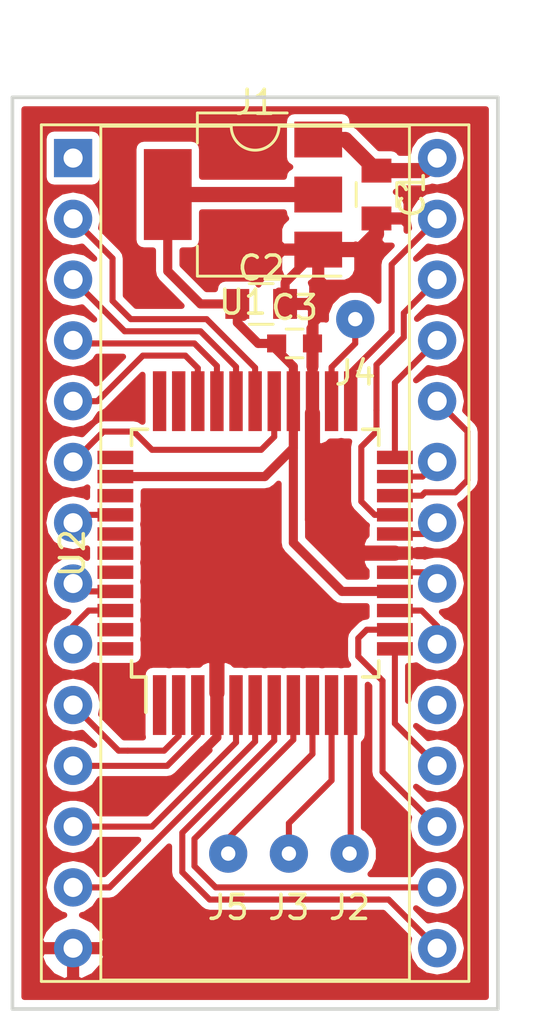
<source format=kicad_pcb>
(kicad_pcb (version 4) (host pcbnew 4.0.7)

  (general
    (links 43)
    (no_connects 0)
    (area 120.889523 74.346 143.270477 117.324)
    (thickness 1.6)
    (drawings 5)
    (tracks 186)
    (zones 0)
    (modules 10)
    (nets 44)
  )

  (page A4)
  (layers
    (0 F.Cu signal)
    (31 B.Cu signal)
    (32 B.Adhes user)
    (33 F.Adhes user)
    (34 B.Paste user)
    (35 F.Paste user)
    (36 B.SilkS user)
    (37 F.SilkS user)
    (38 B.Mask user)
    (39 F.Mask user)
    (40 Dwgs.User user)
    (41 Cmts.User user)
    (42 Eco1.User user)
    (43 Eco2.User user)
    (44 Edge.Cuts user)
    (45 Margin user)
    (46 B.CrtYd user)
    (47 F.CrtYd user)
    (48 B.Fab user)
    (49 F.Fab user)
  )

  (setup
    (last_trace_width 0.381)
    (user_trace_width 0.381)
    (user_trace_width 0.635)
    (trace_clearance 0.2)
    (zone_clearance 0.3)
    (zone_45_only no)
    (trace_min 0.2)
    (segment_width 0.2)
    (edge_width 0.15)
    (via_size 0.6)
    (via_drill 0.4)
    (via_min_size 0.4)
    (via_min_drill 0.3)
    (uvia_size 0.3)
    (uvia_drill 0.1)
    (uvias_allowed no)
    (uvia_min_size 0.2)
    (uvia_min_drill 0.1)
    (pcb_text_width 0.3)
    (pcb_text_size 1.5 1.5)
    (mod_edge_width 0.15)
    (mod_text_size 1 1)
    (mod_text_width 0.15)
    (pad_size 2.5 0.56)
    (pad_drill 0)
    (pad_to_mask_clearance 0.2)
    (aux_axis_origin 0 0)
    (visible_elements 7FFFF7FF)
    (pcbplotparams
      (layerselection 0x00000_00000001)
      (usegerberextensions false)
      (excludeedgelayer true)
      (linewidth 0.100000)
      (plotframeref false)
      (viasonmask false)
      (mode 1)
      (useauxorigin false)
      (hpglpennumber 1)
      (hpglpenspeed 20)
      (hpglpendiameter 15)
      (hpglpenoverlay 2)
      (psnegative false)
      (psa4output false)
      (plotreference true)
      (plotvalue true)
      (plotinvisibletext false)
      (padsonsilk false)
      (subtractmaskfromsilk false)
      (outputformat 5)
      (mirror true)
      (drillshape 1)
      (scaleselection 1)
      (outputdirectory out/))
  )

  (net 0 "")
  (net 1 +5V)
  (net 2 +3V3)
  (net 3 /PLA_FE)
  (net 4 /PLA_CHAROM)
  (net 5 /PLA_A13)
  (net 6 /PLA_KERNAL)
  (net 7 /PLA_A14)
  (net 8 /PLA_BASIC)
  (net 9 /PLA_A15)
  (net 10 /PLA_CASRAM)
  (net 11 /PLA_VA14)
  (net 12 /PLA_OE)
  (net 13 /PLA_CHAREN)
  (net 14 /PLA_VA12)
  (net 15 /PLA_HIRAM)
  (net 16 /PLA_VA13)
  (net 17 /PLA_LORAM)
  (net 18 /PLA_GAME)
  (net 19 /PLA_CAS)
  (net 20 /PLA_EXROM)
  (net 21 /PLA_ROMH)
  (net 22 /PLA_RW)
  (net 23 /PLA_ROML)
  (net 24 /PLA_AEC)
  (net 25 /PLA_IO)
  (net 26 /PLA_BA)
  (net 27 /PLA_GRW)
  (net 28 /PLA_A12)
  (net 29 /JTAG_TCK)
  (net 30 /JTAG_TMS)
  (net 31 /JTAG_TDO)
  (net 32 /JTAG_TDI)
  (net 33 "Net-(U2-Pad1)")
  (net 34 "Net-(U2-Pad32)")
  (net 35 "Net-(U2-Pad33)")
  (net 36 "Net-(U2-Pad34)")
  (net 37 "Net-(U2-Pad36)")
  (net 38 "Net-(U2-Pad38)")
  (net 39 "Net-(U2-Pad39)")
  (net 40 "Net-(U2-Pad40)")
  (net 41 "Net-(U2-Pad43)")
  (net 42 "Net-(U2-Pad44)")
  (net 43 GND)

  (net_class Default "This is the default net class."
    (clearance 0.2)
    (trace_width 0.254)
    (via_dia 0.6)
    (via_drill 0.4)
    (uvia_dia 0.3)
    (uvia_drill 0.1)
    (add_net +3V3)
    (add_net +5V)
    (add_net /JTAG_TCK)
    (add_net /JTAG_TDI)
    (add_net /JTAG_TDO)
    (add_net /JTAG_TMS)
    (add_net /PLA_A12)
    (add_net /PLA_A13)
    (add_net /PLA_A14)
    (add_net /PLA_A15)
    (add_net /PLA_AEC)
    (add_net /PLA_BA)
    (add_net /PLA_BASIC)
    (add_net /PLA_CAS)
    (add_net /PLA_CASRAM)
    (add_net /PLA_CHAREN)
    (add_net /PLA_CHAROM)
    (add_net /PLA_EXROM)
    (add_net /PLA_FE)
    (add_net /PLA_GAME)
    (add_net /PLA_GRW)
    (add_net /PLA_HIRAM)
    (add_net /PLA_IO)
    (add_net /PLA_KERNAL)
    (add_net /PLA_LORAM)
    (add_net /PLA_OE)
    (add_net /PLA_ROMH)
    (add_net /PLA_ROML)
    (add_net /PLA_RW)
    (add_net /PLA_VA12)
    (add_net /PLA_VA13)
    (add_net /PLA_VA14)
    (add_net GND)
    (add_net "Net-(U2-Pad1)")
    (add_net "Net-(U2-Pad32)")
    (add_net "Net-(U2-Pad33)")
    (add_net "Net-(U2-Pad34)")
    (add_net "Net-(U2-Pad36)")
    (add_net "Net-(U2-Pad38)")
    (add_net "Net-(U2-Pad39)")
    (add_net "Net-(U2-Pad40)")
    (add_net "Net-(U2-Pad43)")
    (add_net "Net-(U2-Pad44)")
  )

  (module Housings_DIP:DIP-28_W15.24mm_Socket (layer F.Cu) (tedit 59C78D6C) (tstamp 5A0D8CF2)
    (at 123.825 80.899)
    (descr "28-lead though-hole mounted DIP package, row spacing 15.24 mm (600 mils), Socket")
    (tags "THT DIP DIL PDIP 2.54mm 15.24mm 600mil Socket")
    (path /5A0C74B0)
    (fp_text reference J1 (at 7.62 -2.33) (layer F.SilkS)
      (effects (font (size 1 1) (thickness 0.15)))
    )
    (fp_text value PLA_Conn (at 7.62 35.35) (layer F.Fab)
      (effects (font (size 1 1) (thickness 0.15)))
    )
    (fp_arc (start 7.62 -1.33) (end 6.62 -1.33) (angle -180) (layer F.SilkS) (width 0.12))
    (fp_line (start 1.255 -1.27) (end 14.985 -1.27) (layer F.Fab) (width 0.1))
    (fp_line (start 14.985 -1.27) (end 14.985 34.29) (layer F.Fab) (width 0.1))
    (fp_line (start 14.985 34.29) (end 0.255 34.29) (layer F.Fab) (width 0.1))
    (fp_line (start 0.255 34.29) (end 0.255 -0.27) (layer F.Fab) (width 0.1))
    (fp_line (start 0.255 -0.27) (end 1.255 -1.27) (layer F.Fab) (width 0.1))
    (fp_line (start -1.27 -1.33) (end -1.27 34.35) (layer F.Fab) (width 0.1))
    (fp_line (start -1.27 34.35) (end 16.51 34.35) (layer F.Fab) (width 0.1))
    (fp_line (start 16.51 34.35) (end 16.51 -1.33) (layer F.Fab) (width 0.1))
    (fp_line (start 16.51 -1.33) (end -1.27 -1.33) (layer F.Fab) (width 0.1))
    (fp_line (start 6.62 -1.33) (end 1.16 -1.33) (layer F.SilkS) (width 0.12))
    (fp_line (start 1.16 -1.33) (end 1.16 34.35) (layer F.SilkS) (width 0.12))
    (fp_line (start 1.16 34.35) (end 14.08 34.35) (layer F.SilkS) (width 0.12))
    (fp_line (start 14.08 34.35) (end 14.08 -1.33) (layer F.SilkS) (width 0.12))
    (fp_line (start 14.08 -1.33) (end 8.62 -1.33) (layer F.SilkS) (width 0.12))
    (fp_line (start -1.33 -1.39) (end -1.33 34.41) (layer F.SilkS) (width 0.12))
    (fp_line (start -1.33 34.41) (end 16.57 34.41) (layer F.SilkS) (width 0.12))
    (fp_line (start 16.57 34.41) (end 16.57 -1.39) (layer F.SilkS) (width 0.12))
    (fp_line (start 16.57 -1.39) (end -1.33 -1.39) (layer F.SilkS) (width 0.12))
    (fp_line (start -1.55 -1.6) (end -1.55 34.65) (layer F.CrtYd) (width 0.05))
    (fp_line (start -1.55 34.65) (end 16.8 34.65) (layer F.CrtYd) (width 0.05))
    (fp_line (start 16.8 34.65) (end 16.8 -1.6) (layer F.CrtYd) (width 0.05))
    (fp_line (start 16.8 -1.6) (end -1.55 -1.6) (layer F.CrtYd) (width 0.05))
    (fp_text user %R (at 7.62 16.51) (layer F.Fab)
      (effects (font (size 1 1) (thickness 0.15)))
    )
    (pad 1 thru_hole rect (at 0 0) (size 1.6 1.6) (drill 0.8) (layers *.Cu *.Mask)
      (net 3 /PLA_FE))
    (pad 15 thru_hole oval (at 15.24 33.02) (size 1.6 1.6) (drill 0.8) (layers *.Cu *.Mask)
      (net 4 /PLA_CHAROM))
    (pad 2 thru_hole oval (at 0 2.54) (size 1.6 1.6) (drill 0.8) (layers *.Cu *.Mask)
      (net 5 /PLA_A13))
    (pad 16 thru_hole oval (at 15.24 30.48) (size 1.6 1.6) (drill 0.8) (layers *.Cu *.Mask)
      (net 6 /PLA_KERNAL))
    (pad 3 thru_hole oval (at 0 5.08) (size 1.6 1.6) (drill 0.8) (layers *.Cu *.Mask)
      (net 7 /PLA_A14))
    (pad 17 thru_hole oval (at 15.24 27.94) (size 1.6 1.6) (drill 0.8) (layers *.Cu *.Mask)
      (net 8 /PLA_BASIC))
    (pad 4 thru_hole oval (at 0 7.62) (size 1.6 1.6) (drill 0.8) (layers *.Cu *.Mask)
      (net 9 /PLA_A15))
    (pad 18 thru_hole oval (at 15.24 25.4) (size 1.6 1.6) (drill 0.8) (layers *.Cu *.Mask)
      (net 10 /PLA_CASRAM))
    (pad 5 thru_hole oval (at 0 10.16) (size 1.6 1.6) (drill 0.8) (layers *.Cu *.Mask)
      (net 11 /PLA_VA14))
    (pad 19 thru_hole oval (at 15.24 22.86) (size 1.6 1.6) (drill 0.8) (layers *.Cu *.Mask)
      (net 12 /PLA_OE))
    (pad 6 thru_hole oval (at 0 12.7) (size 1.6 1.6) (drill 0.8) (layers *.Cu *.Mask)
      (net 13 /PLA_CHAREN))
    (pad 20 thru_hole oval (at 15.24 20.32) (size 1.6 1.6) (drill 0.8) (layers *.Cu *.Mask)
      (net 14 /PLA_VA12))
    (pad 7 thru_hole oval (at 0 15.24) (size 1.6 1.6) (drill 0.8) (layers *.Cu *.Mask)
      (net 15 /PLA_HIRAM))
    (pad 21 thru_hole oval (at 15.24 17.78) (size 1.6 1.6) (drill 0.8) (layers *.Cu *.Mask)
      (net 16 /PLA_VA13))
    (pad 8 thru_hole oval (at 0 17.78) (size 1.6 1.6) (drill 0.8) (layers *.Cu *.Mask)
      (net 17 /PLA_LORAM))
    (pad 22 thru_hole oval (at 15.24 15.24) (size 1.6 1.6) (drill 0.8) (layers *.Cu *.Mask)
      (net 18 /PLA_GAME))
    (pad 9 thru_hole oval (at 0 20.32) (size 1.6 1.6) (drill 0.8) (layers *.Cu *.Mask)
      (net 19 /PLA_CAS))
    (pad 23 thru_hole oval (at 15.24 12.7) (size 1.6 1.6) (drill 0.8) (layers *.Cu *.Mask)
      (net 20 /PLA_EXROM))
    (pad 10 thru_hole oval (at 0 22.86) (size 1.6 1.6) (drill 0.8) (layers *.Cu *.Mask)
      (net 21 /PLA_ROMH))
    (pad 24 thru_hole oval (at 15.24 10.16) (size 1.6 1.6) (drill 0.8) (layers *.Cu *.Mask)
      (net 22 /PLA_RW))
    (pad 11 thru_hole oval (at 0 25.4) (size 1.6 1.6) (drill 0.8) (layers *.Cu *.Mask)
      (net 23 /PLA_ROML))
    (pad 25 thru_hole oval (at 15.24 7.62) (size 1.6 1.6) (drill 0.8) (layers *.Cu *.Mask)
      (net 24 /PLA_AEC))
    (pad 12 thru_hole oval (at 0 27.94) (size 1.6 1.6) (drill 0.8) (layers *.Cu *.Mask)
      (net 25 /PLA_IO))
    (pad 26 thru_hole oval (at 15.24 5.08) (size 1.6 1.6) (drill 0.8) (layers *.Cu *.Mask)
      (net 26 /PLA_BA))
    (pad 13 thru_hole oval (at 0 30.48) (size 1.6 1.6) (drill 0.8) (layers *.Cu *.Mask)
      (net 27 /PLA_GRW))
    (pad 27 thru_hole oval (at 15.24 2.54) (size 1.6 1.6) (drill 0.8) (layers *.Cu *.Mask)
      (net 28 /PLA_A12))
    (pad 14 thru_hole oval (at 0 33.02) (size 1.6 1.6) (drill 0.8) (layers *.Cu *.Mask)
      (net 43 GND))
    (pad 28 thru_hole oval (at 15.24 0) (size 1.6 1.6) (drill 0.8) (layers *.Cu *.Mask)
      (net 1 +5V))
    (model ${KISYS3DMOD}/Housings_DIP.3dshapes/DIP-28_W15.24mm_Socket.wrl
      (at (xyz 0 0 0))
      (scale (xyz 1 1 1))
      (rotate (xyz 0 0 0))
    )
  )

  (module Capacitors_SMD:C_0603 (layer F.Cu) (tedit 59958EE7) (tstamp 5A0D7B43)
    (at 133.096 88.646)
    (descr "Capacitor SMD 0603, reflow soldering, AVX (see smccp.pdf)")
    (tags "capacitor 0603")
    (path /5A0C905D)
    (attr smd)
    (fp_text reference C3 (at 0 -1.5) (layer F.SilkS)
      (effects (font (size 1 1) (thickness 0.15)))
    )
    (fp_text value 0.1uF (at 0 1.5) (layer F.Fab)
      (effects (font (size 1 1) (thickness 0.15)))
    )
    (fp_line (start 1.4 0.65) (end -1.4 0.65) (layer F.CrtYd) (width 0.05))
    (fp_line (start 1.4 0.65) (end 1.4 -0.65) (layer F.CrtYd) (width 0.05))
    (fp_line (start -1.4 -0.65) (end -1.4 0.65) (layer F.CrtYd) (width 0.05))
    (fp_line (start -1.4 -0.65) (end 1.4 -0.65) (layer F.CrtYd) (width 0.05))
    (fp_line (start 0.35 0.6) (end -0.35 0.6) (layer F.SilkS) (width 0.12))
    (fp_line (start -0.35 -0.6) (end 0.35 -0.6) (layer F.SilkS) (width 0.12))
    (fp_line (start -0.8 -0.4) (end 0.8 -0.4) (layer F.Fab) (width 0.1))
    (fp_line (start 0.8 -0.4) (end 0.8 0.4) (layer F.Fab) (width 0.1))
    (fp_line (start 0.8 0.4) (end -0.8 0.4) (layer F.Fab) (width 0.1))
    (fp_line (start -0.8 0.4) (end -0.8 -0.4) (layer F.Fab) (width 0.1))
    (fp_text user %R (at 0 0) (layer F.Fab)
      (effects (font (size 0.3 0.3) (thickness 0.075)))
    )
    (pad 2 smd rect (at 0.75 0) (size 0.8 0.75) (layers F.Cu F.Paste F.Mask)
      (net 43 GND))
    (pad 1 smd rect (at -0.75 0) (size 0.8 0.75) (layers F.Cu F.Paste F.Mask)
      (net 2 +3V3))
    (model Capacitors_SMD.3dshapes/C_0603.wrl
      (at (xyz 0 0 0))
      (scale (xyz 1 1 1))
      (rotate (xyz 0 0 0))
    )
  )

  (module desaster_footprints:testpad_1.6mm (layer F.Cu) (tedit 5A0CAC6D) (tstamp 5A0D98A2)
    (at 135.398 109.966)
    (descr "solder Pin_ diameter 1.0mm, hole diameter 1.0mm (press fit), length 10.0mm")
    (tags "solder Pin_ press fit")
    (path /5A0C7874)
    (fp_text reference J2 (at 0 2.25) (layer F.SilkS)
      (effects (font (size 1 1) (thickness 0.15)))
    )
    (fp_text value PAD_TCK (at 0 -2.05) (layer F.Fab)
      (effects (font (size 1 1) (thickness 0.15)))
    )
    (fp_text user %R (at 0 2.25) (layer F.Fab)
      (effects (font (size 1 1) (thickness 0.15)))
    )
    (fp_circle (center 0 0) (end 0.5 0) (layer F.Fab) (width 0.12))
    (pad 1 thru_hole circle (at 0 0) (size 1.6 1.6) (drill 0.6) (layers *.Cu *.Mask)
      (net 29 /JTAG_TCK))
    (model ${KISYS3DMOD}/Connectors.3dshapes/Pin_d1.0mm_L10.0mm.wrl
      (at (xyz 0 0 0))
      (scale (xyz 1 1 1))
      (rotate (xyz 0 0 0))
    )
  )

  (module desaster_footprints:testpad_1.6mm (layer F.Cu) (tedit 5A0CAC6D) (tstamp 5A0D98A8)
    (at 132.858 109.966)
    (descr "solder Pin_ diameter 1.0mm, hole diameter 1.0mm (press fit), length 10.0mm")
    (tags "solder Pin_ press fit")
    (path /5A0C793C)
    (fp_text reference J3 (at 0 2.25) (layer F.SilkS)
      (effects (font (size 1 1) (thickness 0.15)))
    )
    (fp_text value PAD_TMS (at 0 -2.05) (layer F.Fab)
      (effects (font (size 1 1) (thickness 0.15)))
    )
    (fp_text user %R (at 0 2.25) (layer F.Fab)
      (effects (font (size 1 1) (thickness 0.15)))
    )
    (fp_circle (center 0 0) (end 0.5 0) (layer F.Fab) (width 0.12))
    (pad 1 thru_hole circle (at 0 0) (size 1.6 1.6) (drill 0.6) (layers *.Cu *.Mask)
      (net 30 /JTAG_TMS))
    (model ${KISYS3DMOD}/Connectors.3dshapes/Pin_d1.0mm_L10.0mm.wrl
      (at (xyz 0 0 0))
      (scale (xyz 1 1 1))
      (rotate (xyz 0 0 0))
    )
  )

  (module desaster_footprints:testpad_1.6mm (layer F.Cu) (tedit 5A0CAC6D) (tstamp 5A0D98AE)
    (at 135.636 87.63)
    (descr "solder Pin_ diameter 1.0mm, hole diameter 1.0mm (press fit), length 10.0mm")
    (tags "solder Pin_ press fit")
    (path /5A0C797A)
    (fp_text reference J4 (at 0 2.25) (layer F.SilkS)
      (effects (font (size 1 1) (thickness 0.15)))
    )
    (fp_text value PAD_TDO (at 0 -2.05) (layer F.Fab)
      (effects (font (size 1 1) (thickness 0.15)))
    )
    (fp_text user %R (at 0 2.25) (layer F.Fab)
      (effects (font (size 1 1) (thickness 0.15)))
    )
    (fp_circle (center 0 0) (end 0.5 0) (layer F.Fab) (width 0.12))
    (pad 1 thru_hole circle (at 0 0) (size 1.6 1.6) (drill 0.6) (layers *.Cu *.Mask)
      (net 31 /JTAG_TDO))
    (model ${KISYS3DMOD}/Connectors.3dshapes/Pin_d1.0mm_L10.0mm.wrl
      (at (xyz 0 0 0))
      (scale (xyz 1 1 1))
      (rotate (xyz 0 0 0))
    )
  )

  (module desaster_footprints:testpad_1.6mm (layer F.Cu) (tedit 5A0CAC6D) (tstamp 5A0D98B4)
    (at 130.318 109.966)
    (descr "solder Pin_ diameter 1.0mm, hole diameter 1.0mm (press fit), length 10.0mm")
    (tags "solder Pin_ press fit")
    (path /5A0C7AB0)
    (fp_text reference J5 (at 0 2.25) (layer F.SilkS)
      (effects (font (size 1 1) (thickness 0.15)))
    )
    (fp_text value PAD_TDI (at 0 -2.05) (layer F.Fab)
      (effects (font (size 1 1) (thickness 0.15)))
    )
    (fp_text user %R (at 0 2.25) (layer F.Fab)
      (effects (font (size 1 1) (thickness 0.15)))
    )
    (fp_circle (center 0 0) (end 0.5 0) (layer F.Fab) (width 0.12))
    (pad 1 thru_hole circle (at 0 0) (size 1.6 1.6) (drill 0.6) (layers *.Cu *.Mask)
      (net 32 /JTAG_TDI))
    (model ${KISYS3DMOD}/Connectors.3dshapes/Pin_d1.0mm_L10.0mm.wrl
      (at (xyz 0 0 0))
      (scale (xyz 1 1 1))
      (rotate (xyz 0 0 0))
    )
  )

  (module TO_SOT_Packages_SMD:SOT-223-3Lead_TabPin2 (layer F.Cu) (tedit 58CE4E7E) (tstamp 5A0D9B18)
    (at 130.937 82.423 180)
    (descr "module CMS SOT223 4 pins")
    (tags "CMS SOT")
    (path /5A0CB1D3)
    (attr smd)
    (fp_text reference U1 (at 0 -4.5 180) (layer F.SilkS)
      (effects (font (size 1 1) (thickness 0.15)))
    )
    (fp_text value AMS1117 (at 0 4.5 180) (layer F.Fab)
      (effects (font (size 1 1) (thickness 0.15)))
    )
    (fp_text user %R (at 0 0 270) (layer F.Fab)
      (effects (font (size 0.8 0.8) (thickness 0.12)))
    )
    (fp_line (start 1.91 3.41) (end 1.91 2.15) (layer F.SilkS) (width 0.12))
    (fp_line (start 1.91 -3.41) (end 1.91 -2.15) (layer F.SilkS) (width 0.12))
    (fp_line (start 4.4 -3.6) (end -4.4 -3.6) (layer F.CrtYd) (width 0.05))
    (fp_line (start 4.4 3.6) (end 4.4 -3.6) (layer F.CrtYd) (width 0.05))
    (fp_line (start -4.4 3.6) (end 4.4 3.6) (layer F.CrtYd) (width 0.05))
    (fp_line (start -4.4 -3.6) (end -4.4 3.6) (layer F.CrtYd) (width 0.05))
    (fp_line (start -1.85 -2.35) (end -0.85 -3.35) (layer F.Fab) (width 0.1))
    (fp_line (start -1.85 -2.35) (end -1.85 3.35) (layer F.Fab) (width 0.1))
    (fp_line (start -1.85 3.41) (end 1.91 3.41) (layer F.SilkS) (width 0.12))
    (fp_line (start -0.85 -3.35) (end 1.85 -3.35) (layer F.Fab) (width 0.1))
    (fp_line (start -4.1 -3.41) (end 1.91 -3.41) (layer F.SilkS) (width 0.12))
    (fp_line (start -1.85 3.35) (end 1.85 3.35) (layer F.Fab) (width 0.1))
    (fp_line (start 1.85 -3.35) (end 1.85 3.35) (layer F.Fab) (width 0.1))
    (pad 2 smd rect (at 3.15 0 180) (size 2 3.8) (layers F.Cu F.Paste F.Mask)
      (net 2 +3V3))
    (pad 2 smd rect (at -3.15 0 180) (size 2 1.5) (layers F.Cu F.Paste F.Mask)
      (net 2 +3V3))
    (pad 3 smd rect (at -3.15 2.3 180) (size 2 1.5) (layers F.Cu F.Paste F.Mask)
      (net 1 +5V))
    (pad 1 smd rect (at -3.15 -2.3 180) (size 2 1.5) (layers F.Cu F.Paste F.Mask)
      (net 43 GND))
    (model ${KISYS3DMOD}/TO_SOT_Packages_SMD.3dshapes/SOT-223.wrl
      (at (xyz 0 0 0))
      (scale (xyz 1 1 1))
      (rotate (xyz 0 0 0))
    )
  )

  (module Capacitors_SMD:C_0805 (layer F.Cu) (tedit 58AA8463) (tstamp 5A0D9B4C)
    (at 136.525 82.423 270)
    (descr "Capacitor SMD 0805, reflow soldering, AVX (see smccp.pdf)")
    (tags "capacitor 0805")
    (path /5A0C8111)
    (attr smd)
    (fp_text reference C1 (at 0 -1.5 270) (layer F.SilkS)
      (effects (font (size 1 1) (thickness 0.15)))
    )
    (fp_text value 3.3uF (at 0 1.75 270) (layer F.Fab)
      (effects (font (size 1 1) (thickness 0.15)))
    )
    (fp_text user %R (at 0 -1.5 270) (layer F.Fab)
      (effects (font (size 1 1) (thickness 0.15)))
    )
    (fp_line (start -1 0.62) (end -1 -0.62) (layer F.Fab) (width 0.1))
    (fp_line (start 1 0.62) (end -1 0.62) (layer F.Fab) (width 0.1))
    (fp_line (start 1 -0.62) (end 1 0.62) (layer F.Fab) (width 0.1))
    (fp_line (start -1 -0.62) (end 1 -0.62) (layer F.Fab) (width 0.1))
    (fp_line (start 0.5 -0.85) (end -0.5 -0.85) (layer F.SilkS) (width 0.12))
    (fp_line (start -0.5 0.85) (end 0.5 0.85) (layer F.SilkS) (width 0.12))
    (fp_line (start -1.75 -0.88) (end 1.75 -0.88) (layer F.CrtYd) (width 0.05))
    (fp_line (start -1.75 -0.88) (end -1.75 0.87) (layer F.CrtYd) (width 0.05))
    (fp_line (start 1.75 0.87) (end 1.75 -0.88) (layer F.CrtYd) (width 0.05))
    (fp_line (start 1.75 0.87) (end -1.75 0.87) (layer F.CrtYd) (width 0.05))
    (pad 1 smd rect (at -1 0 270) (size 1 1.25) (layers F.Cu F.Paste F.Mask)
      (net 1 +5V))
    (pad 2 smd rect (at 1 0 270) (size 1 1.25) (layers F.Cu F.Paste F.Mask)
      (net 43 GND))
    (model Capacitors_SMD.3dshapes/C_0805.wrl
      (at (xyz 0 0 0))
      (scale (xyz 1 1 1))
      (rotate (xyz 0 0 0))
    )
  )

  (module Capacitors_SMD:C_0805 (layer F.Cu) (tedit 58AA8463) (tstamp 5A0D9B51)
    (at 131.699 86.995)
    (descr "Capacitor SMD 0805, reflow soldering, AVX (see smccp.pdf)")
    (tags "capacitor 0805")
    (path /5A0C8072)
    (attr smd)
    (fp_text reference C2 (at 0 -1.5) (layer F.SilkS)
      (effects (font (size 1 1) (thickness 0.15)))
    )
    (fp_text value 3.3uF (at 0 1.75) (layer F.Fab)
      (effects (font (size 1 1) (thickness 0.15)))
    )
    (fp_text user %R (at 0 -1.5) (layer F.Fab)
      (effects (font (size 1 1) (thickness 0.15)))
    )
    (fp_line (start -1 0.62) (end -1 -0.62) (layer F.Fab) (width 0.1))
    (fp_line (start 1 0.62) (end -1 0.62) (layer F.Fab) (width 0.1))
    (fp_line (start 1 -0.62) (end 1 0.62) (layer F.Fab) (width 0.1))
    (fp_line (start -1 -0.62) (end 1 -0.62) (layer F.Fab) (width 0.1))
    (fp_line (start 0.5 -0.85) (end -0.5 -0.85) (layer F.SilkS) (width 0.12))
    (fp_line (start -0.5 0.85) (end 0.5 0.85) (layer F.SilkS) (width 0.12))
    (fp_line (start -1.75 -0.88) (end 1.75 -0.88) (layer F.CrtYd) (width 0.05))
    (fp_line (start -1.75 -0.88) (end -1.75 0.87) (layer F.CrtYd) (width 0.05))
    (fp_line (start 1.75 0.87) (end 1.75 -0.88) (layer F.CrtYd) (width 0.05))
    (fp_line (start 1.75 0.87) (end -1.75 0.87) (layer F.CrtYd) (width 0.05))
    (pad 1 smd rect (at -1 0) (size 1 1.25) (layers F.Cu F.Paste F.Mask)
      (net 2 +3V3))
    (pad 2 smd rect (at 1 0) (size 1 1.25) (layers F.Cu F.Paste F.Mask)
      (net 43 GND))
    (model Capacitors_SMD.3dshapes/C_0805.wrl
      (at (xyz 0 0 0))
      (scale (xyz 1 1 1))
      (rotate (xyz 0 0 0))
    )
  )

  (module dodgyPLA_footprints:LQFP-44_10x10mm_Pitch0.8mm (layer F.Cu) (tedit 5A0DAEB9) (tstamp 5A0DBEAA)
    (at 131.445 97.409 90)
    (descr "LQFP44 (see Appnote_PCB_Guidelines_TRINAMIC_packages.pdf)")
    (tags "QFP 0.8")
    (path /5A0C72AA)
    (attr smd)
    (fp_text reference U2 (at 0 -7.65 90) (layer F.SilkS)
      (effects (font (size 1 1) (thickness 0.15)))
    )
    (fp_text value XC9536XL-5VQG44C (at 0 7.65 90) (layer F.Fab)
      (effects (font (size 1 1) (thickness 0.15)))
    )
    (fp_text user %R (at 0 0 90) (layer F.Fab)
      (effects (font (size 1 1) (thickness 0.15)))
    )
    (fp_line (start -4 -5) (end 5 -5) (layer F.Fab) (width 0.15))
    (fp_line (start 5 -5) (end 5 5) (layer F.Fab) (width 0.15))
    (fp_line (start 5 5) (end -5 5) (layer F.Fab) (width 0.15))
    (fp_line (start -5 5) (end -5 -4) (layer F.Fab) (width 0.15))
    (fp_line (start -5 -4) (end -4 -5) (layer F.Fab) (width 0.15))
    (fp_line (start -6.9 -6.9) (end -6.9 6.9) (layer F.CrtYd) (width 0.05))
    (fp_line (start 6.9 -6.9) (end 6.9 6.9) (layer F.CrtYd) (width 0.05))
    (fp_line (start -6.9 -6.9) (end 6.9 -6.9) (layer F.CrtYd) (width 0.05))
    (fp_line (start -6.9 6.9) (end 6.9 6.9) (layer F.CrtYd) (width 0.05))
    (fp_line (start -5.175 -5.175) (end -5.175 -4.575) (layer F.SilkS) (width 0.15))
    (fp_line (start 5.175 -5.175) (end 5.175 -4.505) (layer F.SilkS) (width 0.15))
    (fp_line (start 5.175 5.175) (end 5.175 4.505) (layer F.SilkS) (width 0.15))
    (fp_line (start -5.175 5.175) (end -5.175 4.505) (layer F.SilkS) (width 0.15))
    (fp_line (start -5.175 -5.175) (end -4.505 -5.175) (layer F.SilkS) (width 0.15))
    (fp_line (start -5.175 5.175) (end -4.505 5.175) (layer F.SilkS) (width 0.15))
    (fp_line (start 5.175 5.175) (end 4.505 5.175) (layer F.SilkS) (width 0.15))
    (fp_line (start 5.175 -5.175) (end 4.505 -5.175) (layer F.SilkS) (width 0.15))
    (fp_line (start -5.175 -4.575) (end -6.65 -4.575) (layer F.SilkS) (width 0.15))
    (pad 1 smd rect (at -6.35 -4 90) (size 2.5 0.56) (layers F.Cu F.Paste F.Mask)
      (net 33 "Net-(U2-Pad1)"))
    (pad 2 smd rect (at -6.35 -3.2 90) (size 2.5 0.56) (layers F.Cu F.Paste F.Mask)
      (net 21 /PLA_ROMH))
    (pad 3 smd rect (at -6.35 -2.4 90) (size 2.5 0.56) (layers F.Cu F.Paste F.Mask)
      (net 23 /PLA_ROML))
    (pad 4 smd rect (at -6.35 -1.6 90) (size 2.5 0.56) (layers F.Cu F.Paste F.Mask)
      (net 43 GND))
    (pad 5 smd rect (at -6.35 -0.8 90) (size 2.5 0.56) (layers F.Cu F.Paste F.Mask)
      (net 25 /PLA_IO))
    (pad 6 smd rect (at -6.35 0 90) (size 2.5 0.56) (layers F.Cu F.Paste F.Mask)
      (net 27 /PLA_GRW))
    (pad 7 smd rect (at -6.35 0.8 90) (size 2.5 0.56) (layers F.Cu F.Paste F.Mask)
      (net 4 /PLA_CHAROM))
    (pad 8 smd rect (at -6.35 1.6 90) (size 2.5 0.56) (layers F.Cu F.Paste F.Mask)
      (net 6 /PLA_KERNAL))
    (pad 9 smd rect (at -6.35 2.4 90) (size 2.5 0.56) (layers F.Cu F.Paste F.Mask)
      (net 32 /JTAG_TDI))
    (pad 10 smd rect (at -6.35 3.2 90) (size 2.5 0.56) (layers F.Cu F.Paste F.Mask)
      (net 30 /JTAG_TMS))
    (pad 11 smd rect (at -6.35 4 90) (size 2.5 0.56) (layers F.Cu F.Paste F.Mask)
      (net 29 /JTAG_TCK))
    (pad 12 smd rect (at -4 5.85 180) (size 1.5 0.56) (layers F.Cu F.Paste F.Mask)
      (net 10 /PLA_CASRAM))
    (pad 13 smd rect (at -3.2 5.85 180) (size 1.5 0.56) (layers F.Cu F.Paste F.Mask)
      (net 8 /PLA_BASIC))
    (pad 14 smd rect (at -2.4 5.85 180) (size 1.5 0.56) (layers F.Cu F.Paste F.Mask)
      (net 14 /PLA_VA12))
    (pad 15 smd rect (at -1.6 5.85 180) (size 1.5 0.56) (layers F.Cu F.Paste F.Mask)
      (net 2 +3V3))
    (pad 16 smd rect (at -0.8 5.85 180) (size 1.5 0.56) (layers F.Cu F.Paste F.Mask)
      (net 16 /PLA_VA13))
    (pad 17 smd rect (at 0 5.85 180) (size 1.5 0.56) (layers F.Cu F.Paste F.Mask)
      (net 43 GND))
    (pad 18 smd rect (at 0.8 5.85 180) (size 1.5 0.56) (layers F.Cu F.Paste F.Mask)
      (net 18 /PLA_GAME))
    (pad 19 smd rect (at 1.6 5.85 180) (size 1.5 0.56) (layers F.Cu F.Paste F.Mask)
      (net 26 /PLA_BA))
    (pad 20 smd rect (at 2.4 5.85 180) (size 1.5 0.56) (layers F.Cu F.Paste F.Mask)
      (net 22 /PLA_RW))
    (pad 21 smd rect (at 3.2 5.85 180) (size 1.5 0.56) (layers F.Cu F.Paste F.Mask)
      (net 20 /PLA_EXROM))
    (pad 22 smd rect (at 4 5.85 180) (size 1.5 0.56) (layers F.Cu F.Paste F.Mask)
      (net 24 /PLA_AEC))
    (pad 23 smd rect (at 6.35 4 90) (size 2.5 0.56) (layers F.Cu F.Paste F.Mask)
      (net 28 /PLA_A12))
    (pad 24 smd rect (at 6.35 3.2 90) (size 2.5 0.56) (layers F.Cu F.Paste F.Mask)
      (net 31 /JTAG_TDO))
    (pad 25 smd rect (at 6.35 2.4 90) (size 2.5 0.56) (layers F.Cu F.Paste F.Mask)
      (net 43 GND))
    (pad 26 smd rect (at 6.35 1.6 90) (size 2.5 0.56) (layers F.Cu F.Paste F.Mask)
      (net 2 +3V3))
    (pad 27 smd rect (at 6.35 0.8 90) (size 2.5 0.56) (layers F.Cu F.Paste F.Mask)
      (net 13 /PLA_CHAREN))
    (pad 28 smd rect (at 6.35 0 90) (size 2.5 0.56) (layers F.Cu F.Paste F.Mask)
      (net 5 /PLA_A13))
    (pad 29 smd rect (at 6.35 -0.8 90) (size 2.5 0.56) (layers F.Cu F.Paste F.Mask)
      (net 7 /PLA_A14))
    (pad 30 smd rect (at 6.35 -1.6 90) (size 2.5 0.56) (layers F.Cu F.Paste F.Mask)
      (net 9 /PLA_A15))
    (pad 31 smd rect (at 6.35 -2.4 90) (size 2.5 0.56) (layers F.Cu F.Paste F.Mask)
      (net 11 /PLA_VA14))
    (pad 32 smd rect (at 6.35 -3.2 90) (size 2.5 0.56) (layers F.Cu F.Paste F.Mask)
      (net 34 "Net-(U2-Pad32)"))
    (pad 33 smd rect (at 6.35 -4 90) (size 2.5 0.56) (layers F.Cu F.Paste F.Mask)
      (net 35 "Net-(U2-Pad33)"))
    (pad 34 smd rect (at 4 -5.85 180) (size 1.5 0.56) (layers F.Cu F.Paste F.Mask)
      (net 36 "Net-(U2-Pad34)"))
    (pad 35 smd rect (at 3.2 -5.85 180) (size 1.5 0.56) (layers F.Cu F.Paste F.Mask)
      (net 2 +3V3))
    (pad 36 smd rect (at 2.4 -5.85 180) (size 1.5 0.56) (layers F.Cu F.Paste F.Mask)
      (net 37 "Net-(U2-Pad36)"))
    (pad 37 smd rect (at 1.6 -5.85 180) (size 1.5 0.56) (layers F.Cu F.Paste F.Mask)
      (net 15 /PLA_HIRAM))
    (pad 38 smd rect (at 0.8 -5.85 180) (size 1.5 0.56) (layers F.Cu F.Paste F.Mask)
      (net 38 "Net-(U2-Pad38)"))
    (pad 39 smd rect (at 0 -5.85 180) (size 1.5 0.56) (layers F.Cu F.Paste F.Mask)
      (net 39 "Net-(U2-Pad39)"))
    (pad 40 smd rect (at -0.8 -5.85 180) (size 1.5 0.56) (layers F.Cu F.Paste F.Mask)
      (net 40 "Net-(U2-Pad40)"))
    (pad 41 smd rect (at -1.6 -5.85 180) (size 1.5 0.56) (layers F.Cu F.Paste F.Mask)
      (net 17 /PLA_LORAM))
    (pad 42 smd rect (at -2.4 -5.85 180) (size 1.5 0.56) (layers F.Cu F.Paste F.Mask)
      (net 19 /PLA_CAS))
    (pad 43 smd rect (at -3.2 -5.85 180) (size 1.5 0.56) (layers F.Cu F.Paste F.Mask)
      (net 41 "Net-(U2-Pad43)"))
    (pad 44 smd rect (at -4 -5.85 180) (size 1.5 0.56) (layers F.Cu F.Paste F.Mask)
      (net 42 "Net-(U2-Pad44)"))
    (model ${KISYS3DMOD}/Housings_QFP.3dshapes/LQFP-44_10x10mm_Pitch0.8mm.wrl
      (at (xyz 0 0 0))
      (scale (xyz 1 1 1))
      (rotate (xyz 0 0 0))
    )
  )

  (gr_text "NOTE: This board is designed\nfor home etching" (at 132.08 75.946) (layer Cmts.User)
    (effects (font (size 1 1) (thickness 0.15)))
  )
  (gr_line (start 121.285 116.459) (end 121.285 78.359) (angle 90) (layer Edge.Cuts) (width 0.15))
  (gr_line (start 141.605 116.459) (end 121.285 116.459) (angle 90) (layer Edge.Cuts) (width 0.15))
  (gr_line (start 141.605 78.359) (end 141.605 116.459) (angle 90) (layer Edge.Cuts) (width 0.15))
  (gr_line (start 121.285 78.359) (end 141.605 78.359) (angle 90) (layer Edge.Cuts) (width 0.15))

  (segment (start 136.525 81.423) (end 138.541 81.423) (width 0.635) (layer F.Cu) (net 1))
  (segment (start 138.541 81.423) (end 139.065 80.899) (width 0.635) (layer F.Cu) (net 1) (tstamp 5A0DC11D))
  (segment (start 134.087 80.123) (end 135.225 80.123) (width 0.635) (layer F.Cu) (net 1))
  (segment (start 135.225 80.123) (end 136.525 81.423) (width 0.635) (layer F.Cu) (net 1) (tstamp 5A0DC118))
  (segment (start 139.051 80.885) (end 139.065 80.899) (width 0.635) (layer F.Cu) (net 1) (tstamp 5A0D8E4D) (status 30))
  (segment (start 127.787 82.423) (end 134.087 82.423) (width 0.635) (layer F.Cu) (net 2))
  (segment (start 130.699 86.995) (end 129.159 86.995) (width 0.381) (layer F.Cu) (net 2))
  (segment (start 127.787 85.623) (end 127.787 82.423) (width 0.381) (layer F.Cu) (net 2) (tstamp 5A0DC108))
  (segment (start 129.159 86.995) (end 127.787 85.623) (width 0.381) (layer F.Cu) (net 2) (tstamp 5A0DC106))
  (segment (start 132.346 88.646) (end 131.572 88.646) (width 0.381) (layer F.Cu) (net 2) (status 10))
  (segment (start 130.699 87.773) (end 130.699 86.995) (width 0.381) (layer F.Cu) (net 2) (tstamp 5A0DC0F2))
  (segment (start 131.572 88.646) (end 130.699 87.773) (width 0.381) (layer F.Cu) (net 2) (tstamp 5A0DC0F1))
  (segment (start 133.045 91.059) (end 133.045 89.611) (width 0.381) (layer F.Cu) (net 2))
  (segment (start 133.045 89.611) (end 132.346 88.912) (width 0.381) (layer F.Cu) (net 2) (tstamp 5A0DC0D8) (status 20))
  (segment (start 132.346 88.912) (end 132.346 88.646) (width 0.381) (layer F.Cu) (net 2) (tstamp 5A0DC0D9) (status 30))
  (segment (start 133.045 91.559) (end 133.045 96.977) (width 0.381) (layer F.Cu) (net 2))
  (segment (start 133.045 96.977) (end 135.077 99.009) (width 0.381) (layer F.Cu) (net 2) (tstamp 5A0D8C1B))
  (segment (start 135.077 99.009) (end 137.295 99.009) (width 0.381) (layer F.Cu) (net 2) (tstamp 5A0D8C1D))
  (segment (start 133.045 91.559) (end 133.045 93.015) (width 0.381) (layer F.Cu) (net 2))
  (segment (start 133.045 93.015) (end 131.851 94.209) (width 0.381) (layer F.Cu) (net 2) (tstamp 5A0D8C22))
  (segment (start 131.851 94.209) (end 125.595 94.209) (width 0.381) (layer F.Cu) (net 2) (tstamp 5A0D8C23))
  (segment (start 130.949 87.515) (end 130.949 86.995) (width 0.381) (layer F.Cu) (net 2) (tstamp 5A0D9065) (status 30))
  (segment (start 132.346 88.646) (end 132.346 88.658) (width 0.381) (layer F.Cu) (net 2) (status 30))
  (segment (start 133.045 90.627) (end 133.045 91.559) (width 0.381) (layer F.Cu) (net 2) (tstamp 5A0D8FFD))
  (segment (start 127.901 82.537) (end 127.787 82.423) (width 0.381) (layer F.Cu) (net 2) (tstamp 5A0D8FF3) (status 30))
  (segment (start 132.245 103.759) (end 132.245 105.245) (width 0.254) (layer F.Cu) (net 4))
  (segment (start 137.033 111.887) (end 139.065 113.919) (width 0.254) (layer F.Cu) (net 4) (tstamp 5A0DBF1A) (status 20))
  (segment (start 129.54 111.887) (end 137.033 111.887) (width 0.254) (layer F.Cu) (net 4) (tstamp 5A0DBF18))
  (segment (start 128.397 110.744) (end 129.54 111.887) (width 0.254) (layer F.Cu) (net 4) (tstamp 5A0DBF16))
  (segment (start 128.397 109.093) (end 128.397 110.744) (width 0.254) (layer F.Cu) (net 4) (tstamp 5A0DBF14))
  (segment (start 132.245 105.245) (end 128.397 109.093) (width 0.254) (layer F.Cu) (net 4) (tstamp 5A0DBF12))
  (segment (start 139.065 113.919) (end 138.811 113.919) (width 0.254) (layer F.Cu) (net 4) (status 30))
  (segment (start 131.445 91.059) (end 131.445 89.662) (width 0.254) (layer F.Cu) (net 5))
  (segment (start 125.476 85.09) (end 123.825 83.439) (width 0.254) (layer F.Cu) (net 5) (tstamp 5A0DC002) (status 20))
  (segment (start 125.476 86.868) (end 125.476 85.09) (width 0.254) (layer F.Cu) (net 5) (tstamp 5A0DC001))
  (segment (start 126.238 87.63) (end 125.476 86.868) (width 0.254) (layer F.Cu) (net 5) (tstamp 5A0DC000))
  (segment (start 129.413 87.63) (end 126.238 87.63) (width 0.254) (layer F.Cu) (net 5) (tstamp 5A0DBFFE))
  (segment (start 131.445 89.662) (end 129.413 87.63) (width 0.254) (layer F.Cu) (net 5) (tstamp 5A0DBFFC))
  (segment (start 131.445 91.559) (end 131.445 90.551) (width 0.254) (layer F.Cu) (net 5))
  (segment (start 133.045 103.759) (end 133.045 105.207) (width 0.254) (layer F.Cu) (net 6))
  (segment (start 129.794 111.379) (end 139.065 111.379) (width 0.254) (layer F.Cu) (net 6) (tstamp 5A0DBF0E) (status 20))
  (segment (start 128.905 110.49) (end 129.794 111.379) (width 0.254) (layer F.Cu) (net 6) (tstamp 5A0DBF0C))
  (segment (start 128.905 109.347) (end 128.905 110.49) (width 0.254) (layer F.Cu) (net 6) (tstamp 5A0DBF0A))
  (segment (start 133.045 105.207) (end 128.905 109.347) (width 0.254) (layer F.Cu) (net 6) (tstamp 5A0DBF08))
  (segment (start 139.065 111.379) (end 138.557 111.379) (width 0.381) (layer F.Cu) (net 6) (status 30))
  (segment (start 130.645 91.059) (end 130.645 89.624) (width 0.254) (layer F.Cu) (net 7))
  (segment (start 125.984 88.138) (end 123.825 85.979) (width 0.254) (layer F.Cu) (net 7) (tstamp 5A0DBFE1) (status 20))
  (segment (start 129.159 88.138) (end 125.984 88.138) (width 0.254) (layer F.Cu) (net 7) (tstamp 5A0DBFDF))
  (segment (start 130.645 89.624) (end 129.159 88.138) (width 0.254) (layer F.Cu) (net 7) (tstamp 5A0DBFDD))
  (segment (start 124.46 85.979) (end 123.825 85.979) (width 0.254) (layer F.Cu) (net 7) (tstamp 5A0DBFC0) (status 30))
  (segment (start 130.645 91.559) (end 130.645 90.513) (width 0.254) (layer F.Cu) (net 7))
  (segment (start 137.295 100.609) (end 136.119 100.609) (width 0.254) (layer F.Cu) (net 8))
  (segment (start 136.779 106.553) (end 139.065 108.839) (width 0.254) (layer F.Cu) (net 8) (tstamp 5A0D8C08) (status 20))
  (segment (start 135.763 101.727) (end 136.779 102.743) (width 0.254) (layer F.Cu) (net 8) (tstamp 5A0D8C05))
  (segment (start 136.779 102.743) (end 136.779 106.553) (width 0.254) (layer F.Cu) (net 8) (tstamp 5A0D8C06))
  (segment (start 135.763 100.965) (end 135.763 101.727) (width 0.254) (layer F.Cu) (net 8) (tstamp 5A0D8C04))
  (segment (start 136.119 100.609) (end 135.763 100.965) (width 0.254) (layer F.Cu) (net 8) (tstamp 5A0D8C03))
  (segment (start 129.845 91.059) (end 129.845 89.586) (width 0.254) (layer F.Cu) (net 9))
  (segment (start 128.905 88.646) (end 123.952 88.646) (width 0.254) (layer F.Cu) (net 9) (tstamp 5A0DBFD9) (status 20))
  (segment (start 129.845 89.586) (end 128.905 88.646) (width 0.254) (layer F.Cu) (net 9) (tstamp 5A0DBFD8))
  (segment (start 123.952 88.646) (end 123.825 88.519) (width 0.254) (layer F.Cu) (net 9) (tstamp 5A0DBFDA) (status 30))
  (segment (start 129.845 91.559) (end 129.845 90.475) (width 0.254) (layer F.Cu) (net 9))
  (segment (start 137.295 101.409) (end 137.295 104.529) (width 0.254) (layer F.Cu) (net 10))
  (segment (start 137.295 104.529) (end 139.065 106.299) (width 0.254) (layer F.Cu) (net 10) (tstamp 5A0D8C0E) (status 20))
  (segment (start 129.045 91.059) (end 129.045 89.675) (width 0.254) (layer F.Cu) (net 11))
  (segment (start 124.841 91.059) (end 123.825 91.059) (width 0.254) (layer F.Cu) (net 11) (tstamp 5A0DBFD4) (status 20))
  (segment (start 126.746 89.154) (end 124.841 91.059) (width 0.254) (layer F.Cu) (net 11) (tstamp 5A0DBFD2))
  (segment (start 128.524 89.154) (end 126.746 89.154) (width 0.254) (layer F.Cu) (net 11) (tstamp 5A0DBFD1))
  (segment (start 129.045 89.675) (end 128.524 89.154) (width 0.254) (layer F.Cu) (net 11) (tstamp 5A0DBFD0))
  (segment (start 129.045 91.559) (end 129.045 90.437) (width 0.254) (layer F.Cu) (net 11))
  (segment (start 132.245 91.559) (end 132.245 92.545) (width 0.254) (layer F.Cu) (net 13))
  (segment (start 125.095 92.329) (end 123.825 93.599) (width 0.254) (layer F.Cu) (net 13) (tstamp 5A0D8C2B) (status 20))
  (segment (start 126.365 92.329) (end 125.095 92.329) (width 0.254) (layer F.Cu) (net 13) (tstamp 5A0D8C2A))
  (segment (start 127.127 93.091) (end 126.365 92.329) (width 0.254) (layer F.Cu) (net 13) (tstamp 5A0D8C29))
  (segment (start 131.699 93.091) (end 127.127 93.091) (width 0.254) (layer F.Cu) (net 13) (tstamp 5A0D8C28))
  (segment (start 132.245 92.545) (end 131.699 93.091) (width 0.254) (layer F.Cu) (net 13) (tstamp 5A0D8C27))
  (segment (start 137.295 99.809) (end 138.417 99.809) (width 0.254) (layer F.Cu) (net 14))
  (segment (start 138.417 99.809) (end 139.065 100.457) (width 0.254) (layer F.Cu) (net 14) (tstamp 5A0D8BFE) (status 20))
  (segment (start 139.065 100.457) (end 139.065 101.219) (width 0.254) (layer F.Cu) (net 14) (tstamp 5A0D8BFF) (status 30))
  (segment (start 125.595 95.809) (end 124.155 95.809) (width 0.254) (layer F.Cu) (net 15) (status 20))
  (segment (start 124.155 95.809) (end 123.825 96.139) (width 0.254) (layer F.Cu) (net 15) (tstamp 5A0D8D12) (status 30))
  (segment (start 137.295 98.209) (end 138.595 98.209) (width 0.254) (layer F.Cu) (net 16) (status 20))
  (segment (start 138.595 98.209) (end 139.065 98.679) (width 0.254) (layer F.Cu) (net 16) (tstamp 5A0D8BF5) (status 30))
  (segment (start 125.595 99.009) (end 124.155 99.009) (width 0.254) (layer F.Cu) (net 17) (status 20))
  (segment (start 124.155 99.009) (end 123.825 98.679) (width 0.254) (layer F.Cu) (net 17) (tstamp 5A0DBF57) (status 30))
  (segment (start 124.155 99.009) (end 123.825 98.679) (width 0.254) (layer F.Cu) (net 17) (tstamp 5A0D8D17) (status 30))
  (segment (start 137.295 96.609) (end 138.595 96.609) (width 0.254) (layer F.Cu) (net 18) (status 20))
  (segment (start 138.595 96.609) (end 139.065 96.139) (width 0.254) (layer F.Cu) (net 18) (tstamp 5A0D8BEE) (status 30))
  (segment (start 125.595 99.809) (end 124.473 99.809) (width 0.254) (layer F.Cu) (net 19))
  (segment (start 124.473 99.809) (end 123.825 100.457) (width 0.254) (layer F.Cu) (net 19) (tstamp 5A0DBF52) (status 20))
  (segment (start 123.825 100.457) (end 123.825 101.219) (width 0.254) (layer F.Cu) (net 19) (tstamp 5A0DBF53) (status 30))
  (segment (start 137.295 94.209) (end 138.455 94.209) (width 0.254) (layer F.Cu) (net 20))
  (segment (start 138.455 94.209) (end 139.065 93.599) (width 0.254) (layer F.Cu) (net 20) (tstamp 5A0D8BE8) (status 20))
  (segment (start 138.455 94.209) (end 139.065 93.599) (width 0.25) (layer F.Cu) (net 20) (tstamp 5A0D8979) (status 20))
  (segment (start 128.245 103.759) (end 128.245 105.054) (width 0.254) (layer F.Cu) (net 21))
  (segment (start 127.635 105.664) (end 126.111 105.664) (width 0.254) (layer F.Cu) (net 21) (tstamp 5A0DBF49))
  (segment (start 128.245 105.054) (end 127.635 105.664) (width 0.254) (layer F.Cu) (net 21) (tstamp 5A0DBF48))
  (segment (start 128.245 103.259) (end 128.245 104.419) (width 0.254) (layer F.Cu) (net 21))
  (segment (start 125.73 105.664) (end 123.825 103.759) (width 0.254) (layer F.Cu) (net 21) (tstamp 5A0D9784) (status 20))
  (segment (start 126.111 105.664) (end 125.73 105.664) (width 0.254) (layer F.Cu) (net 21) (tstamp 5A0DBF4C))
  (segment (start 137.295 95.009) (end 138.417 95.009) (width 0.254) (layer F.Cu) (net 22))
  (segment (start 140.335 92.329) (end 139.065 91.059) (width 0.254) (layer F.Cu) (net 22) (tstamp 5A0D96F8) (status 20))
  (segment (start 140.335 94.361) (end 140.335 92.329) (width 0.254) (layer F.Cu) (net 22) (tstamp 5A0D96F7))
  (segment (start 139.827 94.869) (end 140.335 94.361) (width 0.254) (layer F.Cu) (net 22) (tstamp 5A0D96F6))
  (segment (start 138.557 94.869) (end 139.827 94.869) (width 0.254) (layer F.Cu) (net 22) (tstamp 5A0D96F5))
  (segment (start 138.417 95.009) (end 138.557 94.869) (width 0.254) (layer F.Cu) (net 22) (tstamp 5A0D96F4))
  (segment (start 139.065 91.059) (end 139.573 91.059) (width 0.254) (layer F.Cu) (net 22) (status 30))
  (segment (start 137.435 94.869) (end 137.295 95.009) (width 0.254) (layer F.Cu) (net 22) (tstamp 5A0D8BE4))
  (segment (start 137.435 94.869) (end 137.295 95.009) (width 0.25) (layer F.Cu) (net 22) (tstamp 5A0D8987))
  (segment (start 129.045 103.759) (end 129.045 105.016) (width 0.254) (layer F.Cu) (net 23))
  (segment (start 127.762 106.299) (end 123.825 106.299) (width 0.254) (layer F.Cu) (net 23) (tstamp 5A0DBF43) (status 20))
  (segment (start 129.045 105.016) (end 127.762 106.299) (width 0.254) (layer F.Cu) (net 23) (tstamp 5A0DBF42))
  (segment (start 129.045 103.259) (end 129.045 104.381) (width 0.254) (layer F.Cu) (net 23))
  (segment (start 137.295 93.409) (end 137.295 90.289) (width 0.254) (layer F.Cu) (net 24))
  (segment (start 137.295 90.289) (end 139.065 88.519) (width 0.254) (layer F.Cu) (net 24) (tstamp 5A0D8BD6) (status 20))
  (segment (start 130.645 103.759) (end 130.645 105.321) (width 0.254) (layer F.Cu) (net 25))
  (segment (start 127.127 108.839) (end 123.825 108.839) (width 0.254) (layer F.Cu) (net 25) (tstamp 5A0DBF27) (status 20))
  (segment (start 130.645 105.321) (end 127.127 108.839) (width 0.254) (layer F.Cu) (net 25) (tstamp 5A0DBF26))
  (segment (start 136.525 91.44) (end 136.525 89.535) (width 0.254) (layer F.Cu) (net 26))
  (segment (start 137.668 88.392) (end 137.668 87.376) (width 0.254) (layer F.Cu) (net 26) (tstamp 5A0D96AB))
  (segment (start 136.525 89.535) (end 137.668 88.392) (width 0.254) (layer F.Cu) (net 26) (tstamp 5A0D96A9))
  (segment (start 137.295 95.809) (end 136.449 95.809) (width 0.254) (layer F.Cu) (net 26))
  (segment (start 135.89 92.964) (end 136.017 92.837) (width 0.254) (layer F.Cu) (net 26) (tstamp 5A0D968F))
  (segment (start 135.89 95.25) (end 135.89 92.964) (width 0.254) (layer F.Cu) (net 26) (tstamp 5A0D968E))
  (segment (start 136.449 95.809) (end 135.89 95.25) (width 0.254) (layer F.Cu) (net 26) (tstamp 5A0D968D))
  (segment (start 137.668 87.376) (end 139.065 85.979) (width 0.254) (layer F.Cu) (net 26) (tstamp 5A0D96AF) (status 20))
  (segment (start 136.525 92.329) (end 136.525 91.44) (width 0.254) (layer F.Cu) (net 26) (tstamp 5A0D8BCF))
  (segment (start 136.017 92.837) (end 136.525 92.329) (width 0.254) (layer F.Cu) (net 26) (tstamp 5A0D9692))
  (segment (start 131.445 103.759) (end 131.445 105.283) (width 0.254) (layer F.Cu) (net 27))
  (segment (start 131.445 105.283) (end 125.349 111.379) (width 0.254) (layer F.Cu) (net 27) (tstamp 5A0DBF2E))
  (segment (start 125.349 111.379) (end 123.825 111.379) (width 0.254) (layer F.Cu) (net 27) (tstamp 5A0DBF30) (status 20))
  (segment (start 135.445 91.059) (end 135.445 89.853) (width 0.254) (layer F.Cu) (net 28) (status C00000))
  (segment (start 135.445 89.853) (end 137.16 88.138) (width 0.254) (layer F.Cu) (net 28) (tstamp 5A0DC145) (status 400000))
  (segment (start 137.16 88.138) (end 137.16 85.344) (width 0.254) (layer F.Cu) (net 28) (tstamp 5A0DC147))
  (segment (start 137.16 85.344) (end 139.065 83.439) (width 0.254) (layer F.Cu) (net 28) (tstamp 5A0DC149) (status 800000))
  (segment (start 135.445 103.759) (end 135.445 109.919) (width 0.254) (layer F.Cu) (net 29))
  (segment (start 135.445 109.919) (end 135.398 109.966) (width 0.254) (layer F.Cu) (net 29) (tstamp 5A0DBEEF))
  (segment (start 135.445 109.919) (end 135.398 109.966) (width 0.254) (layer F.Cu) (net 29) (tstamp 5A0D9AAE))
  (segment (start 135.445 103.259) (end 135.445 103.695) (width 0.254) (layer F.Cu) (net 29))
  (segment (start 134.645 103.759) (end 134.645 106.909) (width 0.254) (layer F.Cu) (net 30))
  (segment (start 132.858 108.696) (end 132.858 109.966) (width 0.254) (layer F.Cu) (net 30) (tstamp 5A0DBEF5))
  (segment (start 134.645 106.909) (end 132.858 108.696) (width 0.254) (layer F.Cu) (net 30) (tstamp 5A0DBEF3))
  (segment (start 134.645 103.259) (end 134.645 104.877) (width 0.254) (layer F.Cu) (net 30))
  (segment (start 134.645 91.059) (end 134.645 89.637) (width 0.254) (layer F.Cu) (net 31))
  (segment (start 135.636 88.646) (end 135.636 87.63) (width 0.254) (layer F.Cu) (net 31) (tstamp 5A0DC096))
  (segment (start 134.645 89.637) (end 135.636 88.646) (width 0.254) (layer F.Cu) (net 31) (tstamp 5A0DC095))
  (segment (start 133.845 103.759) (end 133.845 105.804) (width 0.254) (layer F.Cu) (net 32))
  (segment (start 133.845 105.804) (end 130.318 109.331) (width 0.254) (layer F.Cu) (net 32) (tstamp 5A0DBEFA))
  (segment (start 130.318 109.331) (end 130.318 109.966) (width 0.254) (layer F.Cu) (net 32) (tstamp 5A0DBEFC))
  (segment (start 133.845 103.259) (end 133.845 104.915) (width 0.254) (layer F.Cu) (net 32))
  (segment (start 133.846 88.646) (end 133.846 87.11) (width 0.381) (layer F.Cu) (net 43) (status 400000))
  (segment (start 133.731 86.995) (end 132.699 86.995) (width 0.381) (layer F.Cu) (net 43) (tstamp 5A0DC157) (status 800000))
  (segment (start 133.846 87.11) (end 133.731 86.995) (width 0.381) (layer F.Cu) (net 43) (tstamp 5A0DC156))
  (segment (start 136.525 83.423) (end 136.525 84.074) (width 0.635) (layer F.Cu) (net 43))
  (segment (start 135.876 84.723) (end 134.087 84.723) (width 0.635) (layer F.Cu) (net 43) (tstamp 5A0DC121))
  (segment (start 136.525 84.074) (end 135.876 84.723) (width 0.635) (layer F.Cu) (net 43) (tstamp 5A0DC120))
  (segment (start 132.699 86.995) (end 132.699 86.111) (width 0.381) (layer F.Cu) (net 43))
  (segment (start 132.699 86.111) (end 134.087 84.723) (width 0.381) (layer F.Cu) (net 43) (tstamp 5A0DC103))
  (segment (start 133.845 91.059) (end 133.845 88.647) (width 0.381) (layer F.Cu) (net 43) (status 20))
  (segment (start 133.845 88.647) (end 133.846 88.646) (width 0.381) (layer F.Cu) (net 43) (tstamp 5A0DC0D5) (status 30))
  (segment (start 133.846 88.761) (end 133.846 88.646) (width 0.381) (layer F.Cu) (net 43) (tstamp 5A0DBF94) (status 30))
  (segment (start 129.845 103.759) (end 129.845 105.105) (width 0.381) (layer F.Cu) (net 43))
  (segment (start 127.381 107.569) (end 123.952 107.569) (width 0.381) (layer F.Cu) (net 43) (tstamp 5A0DBF3A))
  (segment (start 129.845 105.105) (end 127.381 107.569) (width 0.381) (layer F.Cu) (net 43) (tstamp 5A0DBF39))
  (segment (start 132.449 86.995) (end 132.449 86.499) (width 0.381) (layer F.Cu) (net 43) (status 30))
  (segment (start 123.825 113.919) (end 122.555 113.919) (width 0.381) (layer F.Cu) (net 43) (status 10))
  (segment (start 122.174 113.538) (end 122.174 112.014) (width 0.381) (layer F.Cu) (net 43) (tstamp 5A0D979D))
  (segment (start 122.555 113.919) (end 122.174 113.538) (width 0.381) (layer F.Cu) (net 43) (tstamp 5A0D979C))
  (segment (start 123.825 113.919) (end 123.698 113.919) (width 0.381) (layer F.Cu) (net 43) (status 30))
  (segment (start 122.174 108.204) (end 122.809 107.569) (width 0.381) (layer F.Cu) (net 43) (tstamp 5A0D96C7))
  (segment (start 123.952 107.569) (end 122.809 107.569) (width 0.381) (layer F.Cu) (net 43) (tstamp 5A0DBF3E))
  (segment (start 129.845 103.259) (end 129.845 104.597) (width 0.381) (layer F.Cu) (net 43))
  (segment (start 122.174 112.014) (end 122.174 108.204) (width 0.381) (layer F.Cu) (net 43) (tstamp 5A0D97A0))
  (segment (start 129.845 103.259) (end 129.845 100.254) (width 0.635) (layer F.Cu) (net 43))
  (segment (start 129.845 100.254) (end 129.794 100.203) (width 0.635) (layer F.Cu) (net 43) (tstamp 5A0D9684))
  (segment (start 133.845 91.559) (end 133.845 95.999) (width 0.635) (layer F.Cu) (net 43))
  (segment (start 135.255 97.409) (end 137.295 97.409) (width 0.635) (layer F.Cu) (net 43) (tstamp 5A0D9097))
  (segment (start 133.845 95.999) (end 135.255 97.409) (width 0.635) (layer F.Cu) (net 43) (tstamp 5A0D9096))
  (segment (start 123.825 113.919) (end 128.905 113.919) (width 0.381) (layer F.Cu) (net 43) (status 10))
  (segment (start 139.827 97.409) (end 137.295 97.409) (width 0.381) (layer F.Cu) (net 43) (tstamp 5A0D8F4E))
  (segment (start 140.589 98.171) (end 139.827 97.409) (width 0.381) (layer F.Cu) (net 43) (tstamp 5A0D8F4D))
  (segment (start 140.589 114.427) (end 140.589 98.171) (width 0.381) (layer F.Cu) (net 43) (tstamp 5A0D8F4C))
  (segment (start 139.573 115.443) (end 140.589 114.427) (width 0.381) (layer F.Cu) (net 43) (tstamp 5A0D8F4B))
  (segment (start 130.429 115.443) (end 139.573 115.443) (width 0.381) (layer F.Cu) (net 43) (tstamp 5A0D8F49))
  (segment (start 128.905 113.919) (end 130.429 115.443) (width 0.381) (layer F.Cu) (net 43) (tstamp 5A0D8F48))
  (segment (start 123.063 113.919) (end 123.825 113.919) (width 0.381) (layer F.Cu) (net 43) (tstamp 5A0D8F45) (status 30))

  (zone (net 43) (net_name GND) (layer F.Cu) (tstamp 5A0D909F) (hatch edge 0.508)
    (connect_pads (clearance 0.3))
    (min_thickness 0.254)
    (fill yes (arc_segments 16) (thermal_gap 0.508) (thermal_bridge_width 0.508))
    (polygon
      (pts
        (xy 121.285 78.359) (xy 141.605 78.359) (xy 141.605 116.459) (xy 121.285 116.459)
      )
    )
    (filled_polygon
      (pts
        (xy 141.103 115.957) (xy 121.787 115.957) (xy 121.787 114.268039) (xy 122.433096 114.268039) (xy 122.593959 114.656423)
        (xy 122.969866 115.071389) (xy 123.475959 115.310914) (xy 123.698 115.189629) (xy 123.698 114.046) (xy 123.952 114.046)
        (xy 123.952 115.189629) (xy 124.174041 115.310914) (xy 124.680134 115.071389) (xy 125.056041 114.656423) (xy 125.216904 114.268039)
        (xy 125.094915 114.046) (xy 123.952 114.046) (xy 123.698 114.046) (xy 122.555085 114.046) (xy 122.433096 114.268039)
        (xy 121.787 114.268039) (xy 121.787 113.569961) (xy 122.433096 113.569961) (xy 122.555085 113.792) (xy 123.698 113.792)
        (xy 123.698 113.772) (xy 123.952 113.772) (xy 123.952 113.792) (xy 125.094915 113.792) (xy 125.216904 113.569961)
        (xy 125.056041 113.181577) (xy 124.680134 112.766611) (xy 124.195265 112.537131) (xy 124.318591 112.5126) (xy 124.716658 112.24662)
        (xy 124.926212 111.933) (xy 125.349 111.933) (xy 125.561007 111.890829) (xy 125.740737 111.770737) (xy 127.843 109.668474)
        (xy 127.843 110.744) (xy 127.885171 110.956007) (xy 128.005263 111.135737) (xy 129.148263 112.278737) (xy 129.327993 112.398829)
        (xy 129.54 112.441) (xy 136.803526 112.441) (xy 137.891536 113.52901) (xy 137.813962 113.919) (xy 137.907362 114.388553)
        (xy 138.173342 114.78662) (xy 138.571409 115.0526) (xy 139.040962 115.146) (xy 139.089038 115.146) (xy 139.558591 115.0526)
        (xy 139.956658 114.78662) (xy 140.222638 114.388553) (xy 140.316038 113.919) (xy 140.222638 113.449447) (xy 139.956658 113.05138)
        (xy 139.558591 112.7854) (xy 139.089038 112.692) (xy 139.040962 112.692) (xy 138.691072 112.761598) (xy 138.181636 112.252162)
        (xy 138.571409 112.5126) (xy 139.040962 112.606) (xy 139.089038 112.606) (xy 139.558591 112.5126) (xy 139.956658 112.24662)
        (xy 140.222638 111.848553) (xy 140.316038 111.379) (xy 140.222638 110.909447) (xy 139.956658 110.51138) (xy 139.558591 110.2454)
        (xy 139.089038 110.152) (xy 139.040962 110.152) (xy 138.571409 110.2454) (xy 138.173342 110.51138) (xy 137.963788 110.825)
        (xy 136.274255 110.825) (xy 136.437593 110.661947) (xy 136.624786 110.211136) (xy 136.625212 109.723005) (xy 136.438806 109.271869)
        (xy 136.093947 108.926407) (xy 135.999 108.886982) (xy 135.999 105.340099) (xy 136.028567 105.321073) (xy 136.126064 105.178381)
        (xy 136.160365 105.009) (xy 136.160365 102.907839) (xy 136.225 102.972474) (xy 136.225 106.553) (xy 136.267171 106.765007)
        (xy 136.363384 106.909) (xy 136.387263 106.944737) (xy 137.891536 108.44901) (xy 137.813962 108.839) (xy 137.907362 109.308553)
        (xy 138.173342 109.70662) (xy 138.571409 109.9726) (xy 139.040962 110.066) (xy 139.089038 110.066) (xy 139.558591 109.9726)
        (xy 139.956658 109.70662) (xy 140.222638 109.308553) (xy 140.316038 108.839) (xy 140.222638 108.369447) (xy 139.956658 107.97138)
        (xy 139.558591 107.7054) (xy 139.089038 107.612) (xy 139.040962 107.612) (xy 138.691072 107.681598) (xy 138.181636 107.172162)
        (xy 138.571409 107.4326) (xy 139.040962 107.526) (xy 139.089038 107.526) (xy 139.558591 107.4326) (xy 139.956658 107.16662)
        (xy 140.222638 106.768553) (xy 140.316038 106.299) (xy 140.222638 105.829447) (xy 139.956658 105.43138) (xy 139.558591 105.1654)
        (xy 139.089038 105.072) (xy 139.040962 105.072) (xy 138.691072 105.141598) (xy 138.181636 104.632162) (xy 138.571409 104.8926)
        (xy 139.040962 104.986) (xy 139.089038 104.986) (xy 139.558591 104.8926) (xy 139.956658 104.62662) (xy 140.222638 104.228553)
        (xy 140.316038 103.759) (xy 140.222638 103.289447) (xy 139.956658 102.89138) (xy 139.558591 102.6254) (xy 139.089038 102.532)
        (xy 139.040962 102.532) (xy 138.571409 102.6254) (xy 138.173342 102.89138) (xy 137.907362 103.289447) (xy 137.849 103.582852)
        (xy 137.849 102.124365) (xy 138.045 102.124365) (xy 138.189219 102.097229) (xy 138.571409 102.3526) (xy 139.040962 102.446)
        (xy 139.089038 102.446) (xy 139.558591 102.3526) (xy 139.956658 102.08662) (xy 140.222638 101.688553) (xy 140.316038 101.219)
        (xy 140.222638 100.749447) (xy 139.956658 100.35138) (xy 139.558591 100.0854) (xy 139.456583 100.065109) (xy 139.262892 99.871418)
        (xy 139.558591 99.8126) (xy 139.956658 99.54662) (xy 140.222638 99.148553) (xy 140.316038 98.679) (xy 140.222638 98.209447)
        (xy 139.956658 97.81138) (xy 139.558591 97.5454) (xy 139.089038 97.452) (xy 139.040962 97.452) (xy 138.571409 97.5454)
        (xy 138.546976 97.561726) (xy 138.52125 97.536) (xy 138.226183 97.536) (xy 138.214381 97.527936) (xy 138.045 97.493635)
        (xy 136.545 97.493635) (xy 136.386763 97.523409) (xy 136.367196 97.536) (xy 136.06875 97.536) (xy 135.91 97.69475)
        (xy 135.91 97.81531) (xy 136.006673 98.048699) (xy 136.109635 98.15166) (xy 136.109635 98.3915) (xy 135.332776 98.3915)
        (xy 133.6625 96.721224) (xy 133.6625 92.84075) (xy 133.718 92.78525) (xy 133.718 92.490183) (xy 133.726064 92.478381)
        (xy 133.760365 92.309) (xy 133.760365 89.809) (xy 133.929635 89.809) (xy 133.929635 92.309) (xy 133.959409 92.467237)
        (xy 133.972 92.486804) (xy 133.972 92.78525) (xy 134.13075 92.944) (xy 134.25131 92.944) (xy 134.484699 92.847327)
        (xy 134.58766 92.744365) (xy 134.925 92.744365) (xy 135.049407 92.720956) (xy 135.165 92.744365) (xy 135.383268 92.744365)
        (xy 135.378171 92.751993) (xy 135.336 92.964) (xy 135.336 95.25) (xy 135.378171 95.462007) (xy 135.465409 95.592567)
        (xy 135.498263 95.641737) (xy 136.057263 96.200737) (xy 136.126272 96.246847) (xy 136.109635 96.329) (xy 136.109635 96.66634)
        (xy 136.006673 96.769301) (xy 135.91 97.00269) (xy 135.91 97.12325) (xy 136.06875 97.282) (xy 136.363817 97.282)
        (xy 136.375619 97.290064) (xy 136.545 97.324365) (xy 138.045 97.324365) (xy 138.203237 97.294591) (xy 138.222804 97.282)
        (xy 138.52125 97.282) (xy 138.546976 97.256274) (xy 138.571409 97.2726) (xy 139.040962 97.366) (xy 139.089038 97.366)
        (xy 139.558591 97.2726) (xy 139.956658 97.00662) (xy 140.222638 96.608553) (xy 140.316038 96.139) (xy 140.222638 95.669447)
        (xy 140.030871 95.382447) (xy 140.039007 95.380829) (xy 140.218737 95.260737) (xy 140.726737 94.752738) (xy 140.846829 94.573007)
        (xy 140.849492 94.559619) (xy 140.889 94.361) (xy 140.889 92.329) (xy 140.846829 92.116993) (xy 140.726737 91.937263)
        (xy 140.238464 91.44899) (xy 140.316038 91.059) (xy 140.222638 90.589447) (xy 139.956658 90.19138) (xy 139.558591 89.9254)
        (xy 139.089038 89.832) (xy 139.040962 89.832) (xy 138.571409 89.9254) (xy 138.181636 90.185838) (xy 138.691072 89.676402)
        (xy 139.040962 89.746) (xy 139.089038 89.746) (xy 139.558591 89.6526) (xy 139.956658 89.38662) (xy 140.222638 88.988553)
        (xy 140.316038 88.519) (xy 140.222638 88.049447) (xy 139.956658 87.65138) (xy 139.558591 87.3854) (xy 139.089038 87.292)
        (xy 139.040962 87.292) (xy 138.571409 87.3854) (xy 138.222 87.618868) (xy 138.222 87.605474) (xy 138.691072 87.136402)
        (xy 139.040962 87.206) (xy 139.089038 87.206) (xy 139.558591 87.1126) (xy 139.956658 86.84662) (xy 140.222638 86.448553)
        (xy 140.316038 85.979) (xy 140.222638 85.509447) (xy 139.956658 85.11138) (xy 139.558591 84.8454) (xy 139.089038 84.752)
        (xy 139.040962 84.752) (xy 138.571409 84.8454) (xy 138.181636 85.105838) (xy 138.691072 84.596402) (xy 139.040962 84.666)
        (xy 139.089038 84.666) (xy 139.558591 84.5726) (xy 139.956658 84.30662) (xy 140.222638 83.908553) (xy 140.316038 83.439)
        (xy 140.222638 82.969447) (xy 139.956658 82.57138) (xy 139.558591 82.3054) (xy 139.089038 82.212) (xy 139.040962 82.212)
        (xy 138.571409 82.3054) (xy 138.173342 82.57138) (xy 137.907362 82.969447) (xy 137.813962 83.439) (xy 137.891536 83.82899)
        (xy 137.785 83.935526) (xy 137.785 83.70875) (xy 137.62625 83.55) (xy 136.652 83.55) (xy 136.652 84.39925)
        (xy 136.81075 84.558) (xy 137.162526 84.558) (xy 136.768263 84.952263) (xy 136.648171 85.131993) (xy 136.606 85.344)
        (xy 136.606 86.864939) (xy 136.331947 86.590407) (xy 135.881136 86.403214) (xy 135.393005 86.402788) (xy 134.941869 86.589194)
        (xy 134.596407 86.934053) (xy 134.409214 87.384864) (xy 134.408982 87.65119) (xy 134.372309 87.636) (xy 134.13175 87.636)
        (xy 133.973 87.79475) (xy 133.973 88.519) (xy 133.993 88.519) (xy 133.993 88.773) (xy 133.973 88.773)
        (xy 133.973 89.33175) (xy 133.972 89.33275) (xy 133.972 89.627817) (xy 133.963936 89.639619) (xy 133.929635 89.809)
        (xy 133.760365 89.809) (xy 133.730591 89.650763) (xy 133.718 89.631196) (xy 133.718 89.49825) (xy 133.719 89.49725)
        (xy 133.719 88.773) (xy 133.699 88.773) (xy 133.699 88.519) (xy 133.719 88.519) (xy 133.719 87.998026)
        (xy 133.737327 87.979699) (xy 133.834 87.74631) (xy 133.834 87.28075) (xy 133.67525 87.122) (xy 132.826 87.122)
        (xy 132.826 87.142) (xy 132.572 87.142) (xy 132.572 87.122) (xy 132.552 87.122) (xy 132.552 86.868)
        (xy 132.572 86.868) (xy 132.572 86.848) (xy 132.826 86.848) (xy 132.826 86.868) (xy 133.67525 86.868)
        (xy 133.834 86.70925) (xy 133.834 86.24369) (xy 133.777795 86.108) (xy 133.80125 86.108) (xy 133.96 85.94925)
        (xy 133.96 84.85) (xy 134.214 84.85) (xy 134.214 85.94925) (xy 134.37275 86.108) (xy 135.213309 86.108)
        (xy 135.446698 86.011327) (xy 135.625327 85.832699) (xy 135.722 85.59931) (xy 135.722 85.00875) (xy 135.56325 84.85)
        (xy 134.214 84.85) (xy 133.96 84.85) (xy 132.61075 84.85) (xy 132.452 85.00875) (xy 132.452 85.59931)
        (xy 132.548673 85.832699) (xy 132.571998 85.856024) (xy 132.571998 85.893748) (xy 132.41325 85.735) (xy 132.072691 85.735)
        (xy 131.839302 85.831673) (xy 131.660673 86.010301) (xy 131.587942 86.18589) (xy 131.511073 86.066433) (xy 131.368381 85.968936)
        (xy 131.199 85.934635) (xy 130.199 85.934635) (xy 130.040763 85.964409) (xy 129.895433 86.057927) (xy 129.797936 86.200619)
        (xy 129.763635 86.37) (xy 129.763635 86.3775) (xy 129.414776 86.3775) (xy 128.4045 85.367224) (xy 128.4045 84.758365)
        (xy 128.787 84.758365) (xy 128.945237 84.728591) (xy 129.090567 84.635073) (xy 129.188064 84.492381) (xy 129.222365 84.323)
        (xy 129.222365 83.1675) (xy 132.651635 83.1675) (xy 132.651635 83.173) (xy 132.681409 83.331237) (xy 132.743619 83.427914)
        (xy 132.727302 83.434673) (xy 132.548673 83.613301) (xy 132.452 83.84669) (xy 132.452 84.43725) (xy 132.61075 84.596)
        (xy 133.96 84.596) (xy 133.96 84.576) (xy 134.214 84.576) (xy 134.214 84.596) (xy 135.56325 84.596)
        (xy 135.651757 84.507493) (xy 135.77369 84.558) (xy 136.23925 84.558) (xy 136.398 84.39925) (xy 136.398 83.55)
        (xy 136.378 83.55) (xy 136.378 83.296) (xy 136.398 83.296) (xy 136.398 83.276) (xy 136.652 83.276)
        (xy 136.652 83.296) (xy 137.62625 83.296) (xy 137.785 83.13725) (xy 137.785 82.796691) (xy 137.688327 82.563302)
        (xy 137.509699 82.384673) (xy 137.33411 82.311942) (xy 137.453567 82.235073) (xy 137.499738 82.1675) (xy 138.541 82.1675)
        (xy 138.825908 82.110828) (xy 138.857744 82.089556) (xy 139.040962 82.126) (xy 139.089038 82.126) (xy 139.558591 82.0326)
        (xy 139.956658 81.76662) (xy 140.222638 81.368553) (xy 140.316038 80.899) (xy 140.222638 80.429447) (xy 139.956658 80.03138)
        (xy 139.558591 79.7654) (xy 139.089038 79.672) (xy 139.040962 79.672) (xy 138.571409 79.7654) (xy 138.173342 80.03138)
        (xy 137.907362 80.429447) (xy 137.857822 80.6785) (xy 137.500082 80.6785) (xy 137.462073 80.619433) (xy 137.319381 80.521936)
        (xy 137.15 80.487635) (xy 136.642517 80.487635) (xy 135.751441 79.596559) (xy 135.522365 79.443495) (xy 135.522365 79.373)
        (xy 135.492591 79.214763) (xy 135.399073 79.069433) (xy 135.256381 78.971936) (xy 135.087 78.937635) (xy 133.087 78.937635)
        (xy 132.928763 78.967409) (xy 132.783433 79.060927) (xy 132.685936 79.203619) (xy 132.651635 79.373) (xy 132.651635 80.873)
        (xy 132.681409 81.031237) (xy 132.774927 81.176567) (xy 132.917619 81.274064) (xy 132.918229 81.274188) (xy 132.783433 81.360927)
        (xy 132.685936 81.503619) (xy 132.651635 81.673) (xy 132.651635 81.6785) (xy 129.222365 81.6785) (xy 129.222365 80.523)
        (xy 129.192591 80.364763) (xy 129.099073 80.219433) (xy 128.956381 80.121936) (xy 128.787 80.087635) (xy 126.787 80.087635)
        (xy 126.628763 80.117409) (xy 126.483433 80.210927) (xy 126.385936 80.353619) (xy 126.351635 80.523) (xy 126.351635 84.323)
        (xy 126.381409 84.481237) (xy 126.474927 84.626567) (xy 126.617619 84.724064) (xy 126.787 84.758365) (xy 127.1695 84.758365)
        (xy 127.1695 85.623) (xy 127.191925 85.735737) (xy 127.216504 85.859307) (xy 127.350362 86.059638) (xy 128.366724 87.076)
        (xy 126.467474 87.076) (xy 126.03 86.638526) (xy 126.03 85.09) (xy 126.022542 85.052504) (xy 125.98783 84.877994)
        (xy 125.867737 84.698263) (xy 124.998464 83.82899) (xy 125.076038 83.439) (xy 124.982638 82.969447) (xy 124.716658 82.57138)
        (xy 124.318591 82.3054) (xy 123.849038 82.212) (xy 123.800962 82.212) (xy 123.331409 82.3054) (xy 122.933342 82.57138)
        (xy 122.667362 82.969447) (xy 122.573962 83.439) (xy 122.667362 83.908553) (xy 122.933342 84.30662) (xy 123.331409 84.5726)
        (xy 123.800962 84.666) (xy 123.849038 84.666) (xy 124.198928 84.596402) (xy 124.708364 85.105838) (xy 124.318591 84.8454)
        (xy 123.849038 84.752) (xy 123.800962 84.752) (xy 123.331409 84.8454) (xy 122.933342 85.11138) (xy 122.667362 85.509447)
        (xy 122.573962 85.979) (xy 122.667362 86.448553) (xy 122.933342 86.84662) (xy 123.331409 87.1126) (xy 123.800962 87.206)
        (xy 123.849038 87.206) (xy 124.198928 87.136402) (xy 124.708364 87.645838) (xy 124.318591 87.3854) (xy 123.849038 87.292)
        (xy 123.800962 87.292) (xy 123.331409 87.3854) (xy 122.933342 87.65138) (xy 122.667362 88.049447) (xy 122.573962 88.519)
        (xy 122.667362 88.988553) (xy 122.933342 89.38662) (xy 123.331409 89.6526) (xy 123.800962 89.746) (xy 123.849038 89.746)
        (xy 124.318591 89.6526) (xy 124.716658 89.38662) (xy 124.841354 89.2) (xy 125.916526 89.2) (xy 124.800167 90.316359)
        (xy 124.716658 90.19138) (xy 124.318591 89.9254) (xy 123.849038 89.832) (xy 123.800962 89.832) (xy 123.331409 89.9254)
        (xy 122.933342 90.19138) (xy 122.667362 90.589447) (xy 122.573962 91.059) (xy 122.667362 91.528553) (xy 122.933342 91.92662)
        (xy 123.331409 92.1926) (xy 123.800962 92.286) (xy 123.849038 92.286) (xy 124.318591 92.1926) (xy 124.716658 91.92662)
        (xy 124.939274 91.593452) (xy 125.053007 91.570829) (xy 125.232737 91.450737) (xy 126.729635 89.953839) (xy 126.729635 91.919154)
        (xy 126.577007 91.817171) (xy 126.365 91.775) (xy 125.095 91.775) (xy 124.882993 91.817171) (xy 124.719191 91.92662)
        (xy 124.703263 91.937263) (xy 124.198928 92.441598) (xy 123.849038 92.372) (xy 123.800962 92.372) (xy 123.331409 92.4654)
        (xy 122.933342 92.73138) (xy 122.667362 93.129447) (xy 122.573962 93.599) (xy 122.667362 94.068553) (xy 122.933342 94.46662)
        (xy 123.331409 94.7326) (xy 123.800962 94.826) (xy 123.849038 94.826) (xy 124.318591 94.7326) (xy 124.423039 94.66281)
        (xy 124.409635 94.729) (xy 124.409635 95.066234) (xy 124.318591 95.0054) (xy 123.849038 94.912) (xy 123.800962 94.912)
        (xy 123.331409 95.0054) (xy 122.933342 95.27138) (xy 122.667362 95.669447) (xy 122.573962 96.139) (xy 122.667362 96.608553)
        (xy 122.933342 97.00662) (xy 123.331409 97.2726) (xy 123.800962 97.366) (xy 123.849038 97.366) (xy 124.318591 97.2726)
        (xy 124.409635 97.211766) (xy 124.409635 97.606234) (xy 124.318591 97.5454) (xy 123.849038 97.452) (xy 123.800962 97.452)
        (xy 123.331409 97.5454) (xy 122.933342 97.81138) (xy 122.667362 98.209447) (xy 122.573962 98.679) (xy 122.667362 99.148553)
        (xy 122.933342 99.54662) (xy 123.331409 99.8126) (xy 123.627108 99.871418) (xy 123.433417 100.065109) (xy 123.331409 100.0854)
        (xy 122.933342 100.35138) (xy 122.667362 100.749447) (xy 122.573962 101.219) (xy 122.667362 101.688553) (xy 122.933342 102.08662)
        (xy 123.331409 102.3526) (xy 123.800962 102.446) (xy 123.849038 102.446) (xy 124.318591 102.3526) (xy 124.703157 102.095641)
        (xy 124.845 102.124365) (xy 126.345 102.124365) (xy 126.503237 102.094591) (xy 126.648567 102.001073) (xy 126.746064 101.858381)
        (xy 126.780365 101.689) (xy 126.780365 101.129) (xy 126.756956 101.004593) (xy 126.780365 100.889) (xy 126.780365 100.329)
        (xy 126.756956 100.204593) (xy 126.780365 100.089) (xy 126.780365 99.529) (xy 126.756956 99.404593) (xy 126.780365 99.289)
        (xy 126.780365 98.729) (xy 126.756956 98.604593) (xy 126.780365 98.489) (xy 126.780365 97.929) (xy 126.756956 97.804593)
        (xy 126.780365 97.689) (xy 126.780365 97.129) (xy 126.756956 97.004593) (xy 126.780365 96.889) (xy 126.780365 96.329)
        (xy 126.756956 96.204593) (xy 126.780365 96.089) (xy 126.780365 95.529) (xy 126.756956 95.404593) (xy 126.780365 95.289)
        (xy 126.780365 94.8265) (xy 131.851 94.8265) (xy 132.087307 94.779496) (xy 132.287638 94.645638) (xy 132.4275 94.505776)
        (xy 132.4275 96.977) (xy 132.470379 97.192567) (xy 132.474504 97.213307) (xy 132.608362 97.413638) (xy 134.640362 99.445638)
        (xy 134.840693 99.579496) (xy 135.077 99.6265) (xy 136.109635 99.6265) (xy 136.109635 100.056863) (xy 135.906993 100.097171)
        (xy 135.796855 100.170763) (xy 135.727263 100.217263) (xy 135.371263 100.573263) (xy 135.251171 100.752993) (xy 135.209 100.965)
        (xy 135.209 101.727) (xy 135.251171 101.939007) (xy 135.341127 102.073635) (xy 135.165 102.073635) (xy 135.040593 102.097044)
        (xy 134.925 102.073635) (xy 134.365 102.073635) (xy 134.240593 102.097044) (xy 134.125 102.073635) (xy 133.565 102.073635)
        (xy 133.440593 102.097044) (xy 133.325 102.073635) (xy 132.765 102.073635) (xy 132.640593 102.097044) (xy 132.525 102.073635)
        (xy 131.965 102.073635) (xy 131.840593 102.097044) (xy 131.725 102.073635) (xy 131.165 102.073635) (xy 131.040593 102.097044)
        (xy 130.925 102.073635) (xy 130.58766 102.073635) (xy 130.484699 101.970673) (xy 130.25131 101.874) (xy 130.13075 101.874)
        (xy 129.972 102.03275) (xy 129.972 102.327817) (xy 129.963936 102.339619) (xy 129.929635 102.509) (xy 129.929635 103.906)
        (xy 129.760365 103.906) (xy 129.760365 102.509) (xy 129.730591 102.350763) (xy 129.718 102.331196) (xy 129.718 102.03275)
        (xy 129.55925 101.874) (xy 129.43869 101.874) (xy 129.205301 101.970673) (xy 129.10234 102.073635) (xy 128.765 102.073635)
        (xy 128.640593 102.097044) (xy 128.525 102.073635) (xy 127.965 102.073635) (xy 127.840593 102.097044) (xy 127.725 102.073635)
        (xy 127.165 102.073635) (xy 127.006763 102.103409) (xy 126.861433 102.196927) (xy 126.763936 102.339619) (xy 126.729635 102.509)
        (xy 126.729635 105.009) (xy 126.748639 105.11) (xy 125.959474 105.11) (xy 124.998464 104.14899) (xy 125.076038 103.759)
        (xy 124.982638 103.289447) (xy 124.716658 102.89138) (xy 124.318591 102.6254) (xy 123.849038 102.532) (xy 123.800962 102.532)
        (xy 123.331409 102.6254) (xy 122.933342 102.89138) (xy 122.667362 103.289447) (xy 122.573962 103.759) (xy 122.667362 104.228553)
        (xy 122.933342 104.62662) (xy 123.331409 104.8926) (xy 123.800962 104.986) (xy 123.849038 104.986) (xy 124.198928 104.916402)
        (xy 124.708364 105.425838) (xy 124.318591 105.1654) (xy 123.849038 105.072) (xy 123.800962 105.072) (xy 123.331409 105.1654)
        (xy 122.933342 105.43138) (xy 122.667362 105.829447) (xy 122.573962 106.299) (xy 122.667362 106.768553) (xy 122.933342 107.16662)
        (xy 123.331409 107.4326) (xy 123.800962 107.526) (xy 123.849038 107.526) (xy 124.318591 107.4326) (xy 124.716658 107.16662)
        (xy 124.926212 106.853) (xy 127.762 106.853) (xy 127.974007 106.810829) (xy 128.153737 106.690737) (xy 129.270246 105.574228)
        (xy 129.43869 105.644) (xy 129.538526 105.644) (xy 126.897526 108.285) (xy 124.926212 108.285) (xy 124.716658 107.97138)
        (xy 124.318591 107.7054) (xy 123.849038 107.612) (xy 123.800962 107.612) (xy 123.331409 107.7054) (xy 122.933342 107.97138)
        (xy 122.667362 108.369447) (xy 122.573962 108.839) (xy 122.667362 109.308553) (xy 122.933342 109.70662) (xy 123.331409 109.9726)
        (xy 123.800962 110.066) (xy 123.849038 110.066) (xy 124.318591 109.9726) (xy 124.716658 109.70662) (xy 124.926212 109.393)
        (xy 126.551526 109.393) (xy 125.119526 110.825) (xy 124.926212 110.825) (xy 124.716658 110.51138) (xy 124.318591 110.2454)
        (xy 123.849038 110.152) (xy 123.800962 110.152) (xy 123.331409 110.2454) (xy 122.933342 110.51138) (xy 122.667362 110.909447)
        (xy 122.573962 111.379) (xy 122.667362 111.848553) (xy 122.933342 112.24662) (xy 123.331409 112.5126) (xy 123.454735 112.537131)
        (xy 122.969866 112.766611) (xy 122.593959 113.181577) (xy 122.433096 113.569961) (xy 121.787 113.569961) (xy 121.787 80.099)
        (xy 122.589635 80.099) (xy 122.589635 81.699) (xy 122.619409 81.857237) (xy 122.712927 82.002567) (xy 122.855619 82.100064)
        (xy 123.025 82.134365) (xy 124.625 82.134365) (xy 124.783237 82.104591) (xy 124.928567 82.011073) (xy 125.026064 81.868381)
        (xy 125.060365 81.699) (xy 125.060365 80.099) (xy 125.030591 79.940763) (xy 124.937073 79.795433) (xy 124.794381 79.697936)
        (xy 124.625 79.663635) (xy 123.025 79.663635) (xy 122.866763 79.693409) (xy 122.721433 79.786927) (xy 122.623936 79.929619)
        (xy 122.589635 80.099) (xy 121.787 80.099) (xy 121.787 78.861) (xy 141.103 78.861)
      )
    )
  )
)

</source>
